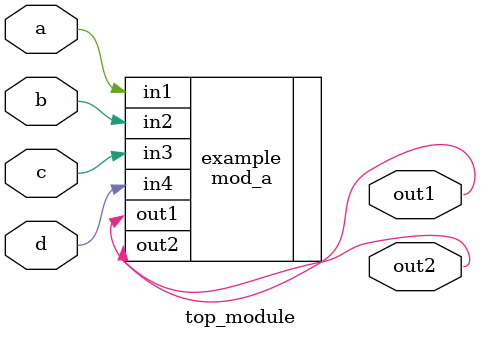
<source format=v>
module top_module ( 
        input a, 
        input b, 
        input c,
        input d,
        output out1,
        output out2
    );
    mod_a example(.out1(out1),.out2(out2),.in1(a),.in2(b),.in3(c),.in4(d));
endmodule
</source>
